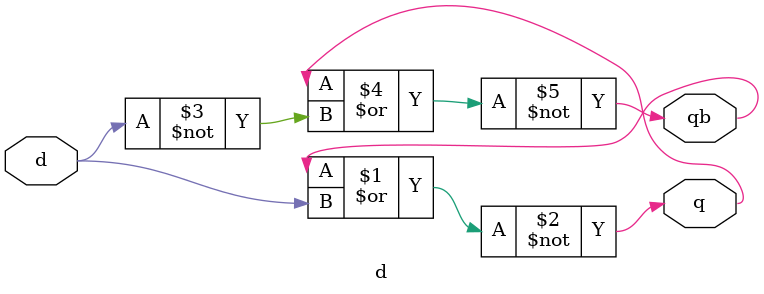
<source format=v>
module d (input d,output q,qb);
assign q= ~(qb | d);
assign qb= ~(q|(~d));
endmodule

</source>
